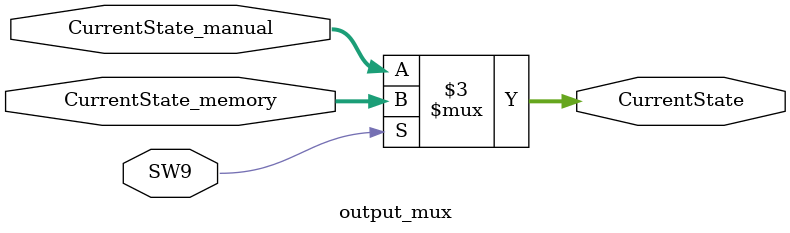
<source format=v>
module output_mux(
 
    input           [2:0]       CurrentState_memory,
    input           [2:0]       CurrentState_manual,
    input                       SW9,
    output   reg    [2:0]       CurrentState
    
);

always @(CurrentState_memory, CurrentState_manual, SW9)
  begin
    if(SW9)
        begin
            CurrentState = CurrentState_memory;
        end
    else
        begin
            CurrentState = CurrentState_manual;
        end
  end

endmodule
</source>
